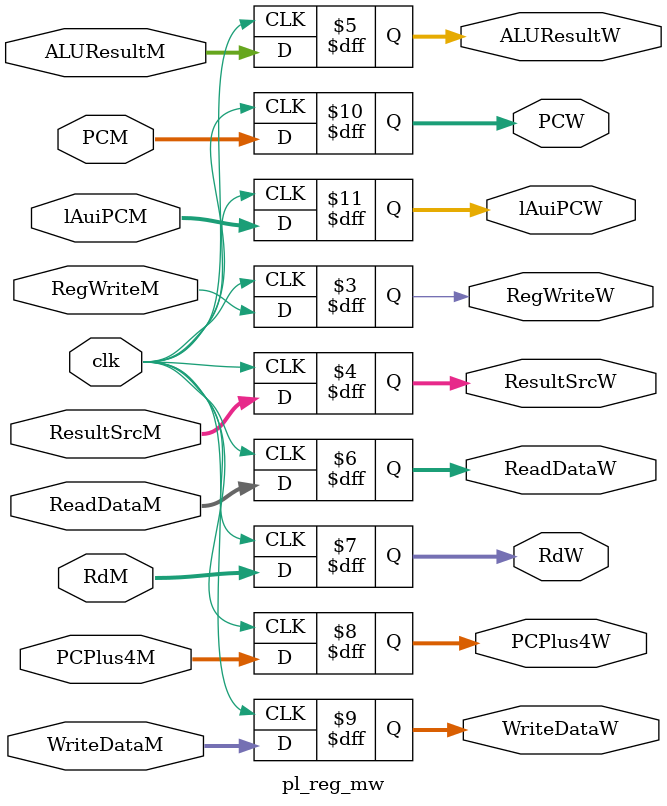
<source format=v>


module pl_reg_mw (
    input             clk,
    input             RegWriteM,
    input[1:0]        ResultSrcM,
    input[31:0]       ALUResultM,
    input[31:0]       ReadDataM,
    input[4:0]        RdM,
    input[31:0]       PCPlus4M,
	 input[31:0]       WriteDataM,
	 input[31:0]       PCM,
	 input[31:0]       lAuiPCM,
    output reg        RegWriteW,
    output reg[1:0]   ResultSrcW,
    output reg[31:0]  ALUResultW,
    output reg[31:0]  ReadDataW,
    output reg[4:0]   RdW,
    output reg[31:0]  PCPlus4W,
	 output reg[31:0]  WriteDataW,
    output reg[31:0]  PCW,
    output reg[31:0]  lAuiPCW	 
    );

initial begin
    {RegWriteW,ResultSrcW,ALUResultW,ReadDataW,RdW,PCPlus4W,WriteDataW,PCW,lAuiPCW}<=0;
end

always @(posedge clk) begin
    {RegWriteW,ResultSrcW,ALUResultW,ReadDataW,RdW,PCPlus4W,WriteDataW,PCW,lAuiPCW}<={RegWriteM,ResultSrcM,ALUResultM,ReadDataM,RdM,PCPlus4M,WriteDataM,PCM,lAuiPCM};      
end

endmodule

</source>
